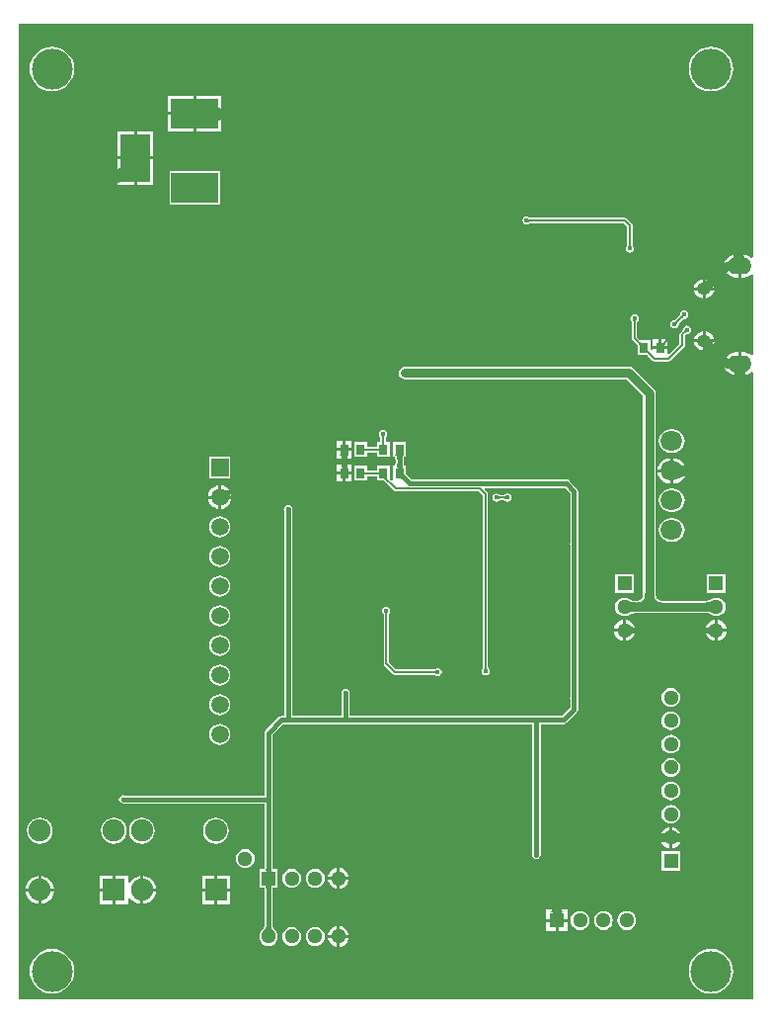
<source format=gbl>
%FSTAX23Y23*%
%MOIN*%
%SFA1B1*%

%IPPOS*%
%ADD13C,0.006000*%
%ADD19R,0.031500X0.037400*%
%ADD42R,0.051200X0.051200*%
%ADD43C,0.051200*%
%ADD44R,0.051200X0.051200*%
%ADD45C,0.059100*%
%ADD46R,0.059100X0.059100*%
%ADD47C,0.075000*%
%ADD48R,0.075000X0.075000*%
%ADD49R,0.160000X0.100000*%
%ADD50R,0.100000X0.160000*%
%ADD51C,0.138000*%
%ADD52O,0.075000X0.065000*%
%ADD53O,0.049200X0.041300*%
%ADD54C,0.019700*%
%ADD55C,0.015000*%
%ADD56C,0.030000*%
%ADD57C,0.015700*%
%ADD58O,0.082700X0.055100*%
%LNtankboardpcb1-1*%
%LPD*%
G36*
X03491Y04202D02*
X03486Y04199D01*
X0348Y04204*
X0347Y04208*
X03461Y04209*
X03459*
X03459Y04207*
X03461Y04203*
X03462Y042*
X03464Y04198*
X03467Y04197*
X03469Y04196*
X03472*
X03452Y04193*
Y04171*
Y04133*
X03461*
X0347Y04134*
X0348Y04138*
X03486Y04143*
X03491Y0414*
Y03873*
X03486Y0387*
X0348Y03875*
X0347Y03879*
X03461Y0388*
X03452*
Y03842*
Y0382*
X03477*
X03474Y0382*
X03471Y03819*
X03469Y03817*
X03467Y03814*
X03466Y03811*
X03464Y03807*
X03464Y03805*
X0347Y03806*
X0348Y03809*
X03486Y03814*
X03491Y03811*
Y01697*
X01011*
Y04988*
X03491*
Y04202*
G37*
%LNtankboardpcb1-2*%
%LPC*%
G36*
X03349Y04911D02*
X03335Y04909D01*
X0332Y04905*
X03307Y04898*
X03296Y04889*
X03287Y04877*
X0328Y04864*
X03275Y0485*
X03274Y04835*
X03275Y04821*
X0328Y04807*
X03287Y04794*
X03296Y04782*
X03307Y04773*
X0332Y04766*
X03335Y04762*
X03349Y0476*
X03364Y04762*
X03378Y04766*
X03391Y04773*
X03403Y04782*
X03412Y04794*
X03419Y04807*
X03423Y04821*
X03425Y04835*
X03423Y0485*
X03419Y04864*
X03412Y04877*
X03403Y04889*
X03391Y04898*
X03378Y04905*
X03364Y04909*
X03349Y04911*
G37*
G36*
X01124D02*
X01109Y04909D01*
X01095Y04905*
X01082Y04898*
X01071Y04889*
X01061Y04877*
X01054Y04864*
X0105Y0485*
X01049Y04835*
X0105Y04821*
X01054Y04807*
X01061Y04794*
X01071Y04782*
X01082Y04773*
X01095Y04766*
X01109Y04762*
X01124Y0476*
X01139Y04762*
X01153Y04766*
X01166Y04773*
X01177Y04782*
X01187Y04794*
X01194Y04807*
X01198Y04821*
X01199Y04835*
X01198Y0485*
X01194Y04864*
X01187Y04877*
X01177Y04889*
X01166Y04898*
X01153Y04905*
X01139Y04909*
X01124Y04911*
G37*
G36*
X01697Y04745D02*
X01612D01*
Y0469*
X01687*
Y04715*
X01687Y04712*
X01688Y04709*
X0169Y04707*
X01692Y04705*
X01694Y04703*
X01697Y04702*
Y04745*
G37*
G36*
X01602D02*
X01517D01*
Y0469*
X01602*
Y04745*
G37*
G36*
X01687Y0468D02*
X01612D01*
Y04625*
X01697*
Y04667*
X01694Y04666*
X01692Y04664*
X0169Y04662*
X01688Y0466*
X01687Y04657*
X01687Y04655*
Y0468*
G37*
G36*
X01602D02*
X01517D01*
Y04625*
X01602*
Y0468*
G37*
G36*
X01467Y04625D02*
X01412D01*
Y0454*
X01467*
Y04625*
G37*
G36*
X01402D02*
X01347D01*
Y0454*
X01402*
Y04625*
G37*
G36*
X01467Y0453D02*
X01412D01*
Y04445*
X01467*
Y0453*
G37*
G36*
X01402D02*
X01347D01*
Y04498*
X0135Y04502*
X01352Y04506*
X01354Y0451*
X01355Y04514*
X01357Y04519*
X01357Y04523*
X01357Y04527*
X01357Y04455*
X01356Y04455*
X01354Y04454*
X01352Y04454*
X0135Y04453*
X01348Y04452*
X01347Y04451*
Y04445*
X01402*
Y0453*
G37*
G36*
X01693Y04491D02*
X01521D01*
Y04379*
X01693*
Y04491*
G37*
G36*
X02727Y04339D02*
X02722Y04338D01*
X02717Y04334*
X02714Y0433*
X02713Y04324*
X02714Y04319*
X02717Y04314*
X02722Y04311*
X02727Y0431*
X02733Y04311*
X02736Y04314*
X02737Y04314*
X02738Y04314*
X02738Y04315*
X02738Y04315*
X02738Y04315*
X02738*
X02738Y04315*
X02738*
X02739*
X02739Y04315*
X02739*
X0274Y04315*
X03055*
X03066Y04304*
Y04243*
X03066Y04243*
Y04242*
X03066Y04242*
Y04241*
X03066Y04241*
Y04241*
X03066Y04241*
Y04241*
X03065Y04241*
X03065Y04241*
X03065Y0424*
X03065Y04239*
X03062Y04236*
X03061Y0423*
X03062Y04225*
X03065Y0422*
X0307Y04217*
X03075Y04216*
X03081Y04217*
X03085Y0422*
X03088Y04225*
X03089Y0423*
X03088Y04236*
X03086Y04239*
X03086Y0424*
X03085Y04241*
X03085Y04241*
Y04241*
X03085Y04241*
X03085Y04241*
Y04241*
Y04241*
X03085Y04242*
Y04242*
Y04243*
X03084Y04243*
Y04307*
X03084Y04311*
X03082Y04314*
X03065Y04331*
X03062Y04333*
X03058Y04334*
X0274*
X02739Y04334*
X02739*
X02739*
X02738Y04334*
X02738*
X02738Y04334*
X02738*
X02738Y04334*
X02738*
X02738Y04334*
X02737Y04335*
X02736Y04335*
X02733Y04338*
X02727Y04339*
G37*
G36*
X03426Y04208D02*
X03423Y04208D01*
X03414Y04204*
X03406Y04198*
X034Y0419*
X03397Y04181*
X03396Y04176*
X03442*
Y04192*
X03412Y04188*
X03415Y04189*
X03418Y04191*
X0342Y04193*
X03422Y04196*
X03423Y04199*
X03425Y04203*
X03426Y04208*
G37*
G36*
X03442Y04166D02*
X03396D01*
X03397Y04161*
X034Y04152*
X03406Y04144*
X03414Y04138*
X03423Y04134*
X03433Y04133*
X03442*
Y04166*
G37*
G36*
X03332Y04125D02*
Y04122D01*
X03335Y04125*
X03332Y04125*
G37*
G36*
X0336Y04104D02*
X03357Y04101D01*
X03355Y04099*
X03361*
X0336Y04102*
X0336Y04104*
G37*
G36*
X03332Y04103D02*
Y04099D01*
X03337*
X03332Y04103*
G37*
G36*
X03322Y04125D02*
X03315Y04124D01*
X03307Y04121*
X03301Y04116*
X03296Y0411*
X03293Y04102*
X03292Y04099*
X03322*
Y04111*
X03317Y04114*
X03319Y04115*
X03321Y04115*
X03322Y04116*
Y04125*
G37*
G36*
X03361Y04089D02*
X03351D01*
X03351Y04089*
X0335Y04089*
X03332*
Y04063*
X03339Y04064*
X03346Y04067*
X03352Y04072*
X03357Y04079*
X0336Y04086*
X03361Y04089*
G37*
G36*
X03322D02*
X03292D01*
X03293Y04086*
X03296Y04079*
X03301Y04072*
X03307Y04067*
X03315Y04064*
X03322Y04063*
Y04089*
G37*
G36*
X03259Y04021D02*
X03254Y0402D01*
X03249Y04017*
X03246Y04012*
X03245Y04008*
X03245Y04007*
Y04006*
Y04006*
X03245Y04006*
Y04006*
Y04006*
X03244Y04006*
X03244Y04005*
X03244Y04005*
X03244Y04005*
X03244Y04005*
X03243Y04004*
X03229Y0399*
X03228Y03989*
X03228Y03989*
X03228Y03989*
X03228Y03989*
X03227Y03989*
X03227Y03988*
X03227Y03988*
X03227*
X03227*
X03227*
X03226*
X03225Y03988*
X03221Y03987*
X03216Y03984*
X03213Y03979*
X03212Y03974*
X03213Y03969*
X03216Y03964*
X03221Y03961*
X03226Y0396*
X03232Y03961*
X03236Y03964*
X03239Y03969*
X0324Y03973*
X03241Y03974*
Y03974*
Y03974*
X03241Y03975*
Y03975*
Y03975*
X03241Y03975*
X03241Y03975*
X03241Y03975*
X03241Y03975*
X03242Y03976*
X03242Y03977*
X03256Y03991*
X03257Y03991*
X03257Y03992*
X03258Y03992*
X03258Y03992*
X03258Y03992*
X03258Y03992*
X03258Y03992*
X03258*
X03259*
X03259*
X03259*
X0326Y03993*
X03264Y03993*
X03269Y03997*
X03272Y04001*
X03273Y04007*
X03272Y04012*
X03269Y04017*
X03264Y0402*
X03259Y04021*
G37*
G36*
X03332Y0395D02*
Y03924D01*
X0335*
X03351Y03924*
X03351Y03924*
X03361*
X0336Y03927*
X03357Y03934*
X03352Y03941*
X03346Y03946*
X03339Y03949*
X03332Y0395*
G37*
G36*
X03322D02*
X03315Y03949D01*
X03307Y03946*
X03301Y03941*
X03296Y03934*
X03293Y03927*
X03292Y03924*
X03322*
Y0395*
G37*
G36*
X03337Y03914D02*
X03332D01*
Y0391*
X03337Y03914*
G37*
G36*
X03361D02*
X03355D01*
X03357Y03912*
X03359Y03909*
X0336Y03911*
X03361Y03914*
G37*
G36*
X03203Y03924D02*
X03183D01*
Y03901*
X03203*
Y03924*
G37*
G36*
X03173D02*
X03152D01*
Y03901*
X03173*
Y03924*
G37*
G36*
X03332Y03891D02*
Y03888D01*
X03334Y03889*
X03332Y03891*
G37*
G36*
X03322Y03914D02*
X03292D01*
X03293Y03911*
X03296Y03903*
X03301Y03897*
X03307Y03892*
X03315Y03889*
X03322Y03888*
Y03898*
X03321*
X03319Y03898*
X03317Y03899*
X03322Y03902*
Y03914*
G37*
G36*
X03091Y04008D02*
X03085Y04007D01*
X03081Y04004*
X03078Y03999*
X03077Y03994*
X03078Y03988*
X0308Y03985*
X03081Y03984*
X03081Y03983*
X03081Y03983*
X03081Y03983*
Y03983*
X03081Y03983*
Y03983*
X03081Y03982*
Y03982*
Y03982*
X03081Y03981*
X03082Y03981*
Y03927*
X03082Y03924*
X03084Y03921*
X03097Y03908*
X03097Y03908*
X03098Y03907*
X03098Y03907*
X03099Y03906*
X031Y03905*
X031Y03904*
X03101Y03904*
X03101Y03904*
X03101Y03903*
Y03903*
Y03901*
Y03901*
Y03871*
X03133*
X03134Y03871*
X03135Y03869*
X03137Y03868*
X03137Y03868*
X03153Y03852*
X03156Y0385*
X0316Y03849*
X03206*
X0321Y0385*
X03213Y03852*
X03259Y03898*
X03261Y03901*
X03261Y03904*
Y03936*
X03265Y0394*
X03266Y0394*
X03267Y0394*
X03267Y03941*
X03267Y03941*
X03267Y03941*
X03267*
X03267Y03941*
X03267*
X03268*
X03268*
X03268Y03941*
X03269Y03941*
X03273Y03942*
X03278Y03945*
X03281Y0395*
X03282Y03955*
X03281Y03961*
X03278Y03965*
X03273Y03968*
X03268Y0397*
X03263Y03968*
X03258Y03965*
X03255Y03961*
X03254Y03956*
X03254Y03955*
Y03955*
Y03955*
Y03955*
Y03955*
X03254Y03955*
X03253Y03954*
X03253Y03954*
X03253Y03954*
X03253Y03954*
X03253Y03953*
X03252Y03953*
X03246Y03946*
X03244Y03943*
X03243Y0394*
Y03908*
X03208Y03873*
X03203Y03875*
Y03891*
X03178*
X03152*
Y03887*
X03147Y03886*
X03144Y03889*
Y0392*
X03113*
X03111Y03921*
X03111*
X0311Y03922*
X03108Y03923*
X03108Y03923*
X031Y03931*
Y03981*
X031Y03981*
X031Y03982*
Y03982*
Y03982*
X03101Y03983*
Y03983*
X03101Y03983*
Y03983*
X03101Y03983*
X03101Y03983*
X03101Y03984*
X03102Y03985*
X03104Y03988*
X03105Y03994*
X03104Y03999*
X03101Y04004*
X03096Y04007*
X03091Y04008*
G37*
G36*
X03442Y0388D02*
X03433D01*
X03423Y03879*
X03414Y03875*
X03406Y03869*
X034Y03861*
X03397Y03852*
X03396Y03847*
X03442*
Y0388*
G37*
G36*
Y03837D02*
X03396D01*
X03397Y03832*
X034Y03823*
X03406Y03815*
X03414Y03809*
X03423Y03806*
X0343Y03805*
X03429Y03807*
X03428Y03811*
X03427Y03814*
X03425Y03817*
X03422Y03819*
X0342Y0382*
X03417Y0382*
X03442*
Y03837*
G37*
G36*
X02243Y03618D02*
X02237Y03617D01*
X02233Y03614*
X0223Y03609*
X02229Y03604*
X0223Y03598*
X02232Y03595*
X02232Y03594*
X02232Y03594*
X02232Y03594*
X02233Y03594*
X02233Y03593*
X02233Y03593*
Y03593*
X02233Y03593*
Y03593*
X02233Y03592*
Y03592*
X02233Y03591*
Y03577*
X02233Y03577*
X02221*
Y03562*
X0222Y03561*
X02188*
X02188Y03562*
Y03577*
X02144*
Y03527*
X02188*
Y03543*
X02188Y03543*
X0222*
X02221Y03543*
Y03527*
X02264*
Y03577*
X02252*
X02252Y03577*
Y03591*
X02252Y03591*
Y03591*
X02252Y03591*
Y03592*
Y03592*
Y03592*
X02252Y03593*
Y03593*
X02252Y03593*
Y03593*
X02252Y03593*
X02253Y03593*
X02253Y03594*
X02253*
X02256Y03598*
X02257Y03604*
X02256Y03609*
X02253Y03614*
X02248Y03617*
X02243Y03618*
G37*
G36*
X02137Y03581D02*
X02116D01*
Y03557*
X02137*
Y03581*
G37*
G36*
X02106D02*
X02085D01*
Y03557*
X02095*
X02095Y03557*
X02095Y03558*
Y03557*
X02105*
X02106Y03557*
Y03557*
X02106*
Y03581*
G37*
G36*
Y03547D02*
X02106D01*
Y03547*
X02105Y03547*
X02095*
Y03546*
X02095Y03547*
X02095Y03547*
X02085*
Y03523*
X02103*
X02103Y03524*
X02103Y03526*
X02102Y03528*
X02101Y0353*
X02101Y03531*
X021Y03532*
X02099Y03533*
X02097Y03533*
X02096Y03534*
X02106*
Y03547*
G37*
G36*
X03222Y0362D02*
X03212D01*
X03202Y03618*
X03192Y03615*
X03184Y03608*
X03178Y036*
X03174Y03591*
X03173Y03581*
X03174Y03571*
X03178Y03562*
X03184Y03553*
X03192Y03547*
X03202Y03543*
X03212Y03542*
X03222*
X03232Y03543*
X03241Y03547*
X03249Y03553*
X03255Y03562*
X03259Y03571*
X03261Y03581*
X03259Y03591*
X03255Y036*
X03249Y03608*
X03241Y03615*
X03232Y03618*
X03222Y0362*
G37*
G36*
X02137Y03547D02*
X02116D01*
Y03534*
X02126*
X02124Y03533*
X02123Y03533*
X02122Y03532*
X02121Y03531*
X0212Y0353*
X0212Y03528*
X02119Y03526*
X02119Y03524*
Y03523*
X02137*
Y03547*
G37*
G36*
X03222Y03523D02*
D01*
Y03485*
X0324*
Y03507*
X03243Y03505*
X03246Y03503*
X0325Y03501*
X03253Y03499*
X03257Y03498*
X03261Y03497*
X03259Y03501*
X03252Y0351*
X03243Y03517*
X03233Y03521*
X03222Y03523*
G37*
G36*
X03212D02*
X03201Y03521D01*
X0319Y03517*
X03182Y0351*
X03175Y03501*
X0317Y03491*
X0317Y03485*
X03212*
Y03523*
G37*
G36*
X02137Y03501D02*
X02119D01*
Y03501*
X02119Y03498*
X0212Y03497*
X0212Y03495*
X02121Y03493*
X02122Y03492*
X02123Y03492*
X02124Y03491*
X02126Y03491*
X02116*
Y03478*
X02137*
Y03501*
G37*
G36*
X02103D02*
X02085D01*
Y03478*
X02095*
X02095Y03478*
X02095Y03479*
Y03478*
X02105*
X02106Y03478*
Y03478*
X02106*
Y03491*
X02096*
X02097Y03491*
X02099Y03492*
X021Y03492*
X02101Y03493*
X02101Y03495*
X02102Y03497*
X02103Y03498*
X02103Y03501*
X02103Y03501*
G37*
G36*
X02106Y03468D02*
X02106D01*
Y03467*
X02105Y03468*
X02095*
Y03467*
X02095Y03467*
X02095Y03468*
X02085*
Y03444*
X02106*
Y03468*
G37*
G36*
X01727Y03527D02*
X01656D01*
Y03456*
X01727*
Y03527*
G37*
G36*
X02319Y03577D02*
X02276D01*
Y03527*
X02281*
X02282Y03527*
X02282*
X02282Y03527*
X02283Y03526*
X02283Y03525*
X02283Y03523*
X02283Y03521*
X02284Y03518*
X02284Y03518*
Y03507*
X02284Y03506*
X02283Y03504*
X02283Y03502*
X02283Y035*
X02283Y03499*
X02282Y03498*
X02282Y03498*
X02282*
X02281Y03497*
X02276*
Y03453*
Y03451*
X02271Y03447*
X0227*
X02264Y03453*
X02265Y03454*
X02264Y03454*
X02265Y03455*
X02264Y03455*
Y03497*
X02221*
Y03482*
X0222Y03482*
X02188*
X02188Y03482*
Y03497*
X02144*
Y03448*
X02188*
Y03463*
X02188Y03463*
X0222*
X02221Y03463*
Y03448*
X02241*
X02242Y03448*
X02242*
X02242Y03448*
X02243*
X02243Y03447*
X02243Y03447*
X02244Y03447*
X02244Y03447*
X02245Y03446*
X02245Y03446*
X02246Y03445*
X02247Y03445*
X02278Y03414*
X02281Y03412*
X02285Y03411*
X02565*
X02579Y03397*
Y02817*
X02579Y02817*
Y02816*
X02579Y02816*
Y02816*
X02579Y02816*
Y02815*
X02579Y02815*
Y02815*
X02578Y02815*
X02578Y02815*
X02578Y02815*
X02578Y02814*
X02575Y0281*
X02574Y02805*
X02575Y02799*
X02578Y02795*
X02583Y02791*
X02588Y0279*
X02594Y02791*
X02598Y02795*
X02601Y02799*
X02602Y02805*
X02601Y0281*
X02599Y02814*
X02599Y02815*
X02598Y02815*
X02598Y02815*
Y02815*
X02598Y02815*
X02598Y02815*
Y02816*
X02598Y02816*
Y02816*
Y02816*
Y02817*
X02597Y02817*
Y03401*
X02597Y03404*
X02595Y03407*
X02583Y03419*
X02585Y03423*
X02856*
X02874Y03405*
Y03235*
X02873Y03234*
X02874Y03232*
Y02718*
X02873Y02714*
X02874Y02709*
Y02682*
X02846Y02654*
X02473*
X02472Y02654*
X02472Y02654*
X02447*
X02445Y02654*
X02443Y02654*
X02129*
Y0273*
X0213Y02732*
X02129Y02738*
X02126Y02742*
X02121Y02745*
X02116Y02746*
X0211Y02745*
X02106Y02742*
X02103Y02738*
X02102Y02732*
X02102Y0273*
Y02654*
X01935*
Y03134*
X01936Y03136*
X01935Y03138*
Y03246*
Y0335*
X01934Y03355*
X01934Y03356*
X01934Y03356*
X01931Y03361*
X01926Y03364*
X01921Y03365*
X01915Y03364*
X01911Y03361*
X01908Y03356*
X01907Y03351*
X01908Y03345*
Y03246*
Y03137*
X01907Y03136*
X01908Y03134*
Y02654*
X019*
X01895Y02653*
X0189Y0265*
X01846Y02605*
X01843Y02601*
X01842Y02595*
Y02386*
X01366*
X01364Y02387*
X01359Y02386*
X01354Y02383*
X01351Y02378*
X0135Y02373*
X01351Y02367*
X01354Y02363*
X01359Y0236*
X01364Y02358*
X01366Y02359*
X01692*
X01697Y02358*
X01702Y02359*
X01842*
Y02148*
X01841Y02147*
Y02144*
X01841Y02142*
X01841Y02141*
X01841Y02139*
X0184Y02139*
X0184Y02138*
X0184*
X01839Y02138*
X01824*
Y02075*
X01839*
X0184Y02075*
X0184*
X0184Y02074*
X01841Y02074*
X01841Y02072*
X01841Y02071*
X01841Y02069*
Y02066*
X01842Y02065*
Y0195*
X01841Y0195*
X01841Y01948*
X01841Y01946*
X01841Y01945*
X0184Y01943*
X0184Y01941*
X01839Y0194*
X01838Y01938*
X01836Y01936*
X01835Y01934*
X01833Y01932*
X01833Y01932*
X01828Y01926*
X01825Y01918*
X01824Y0191*
X01825Y01901*
X01828Y01894*
X01833Y01887*
X0184Y01882*
X01847Y01879*
X01855Y01878*
X01864Y01879*
X01871Y01882*
X01878Y01887*
X01883Y01894*
X01886Y01901*
X01887Y0191*
X01886Y01918*
X01883Y01926*
X01878Y01932*
X01878Y01932*
X01876Y01934*
X01875Y01936*
X01873Y01938*
X01872Y0194*
X01871Y01941*
X01871Y01943*
X0187Y01945*
X0187Y01946*
X0187Y01948*
X01869Y0195*
X01869Y0195*
Y02065*
X01869Y02066*
X0187Y02069*
X0187Y02071*
X0187Y02072*
X0187Y02074*
X01871Y02074*
X01871Y02075*
X01871*
X01872Y02075*
X01887*
Y02138*
X01872*
X01871Y02138*
X01871*
X01871Y02139*
X0187Y02139*
X0187Y02141*
X0187Y02142*
X0187Y02144*
X01869Y02147*
X01869Y02148*
Y02374*
Y0259*
X01906Y02626*
X02443*
X02445Y02626*
X02447Y02626*
X02472*
X02472Y02626*
X02473Y02626*
X02746*
Y02188*
X02746Y02186*
X02747Y02181*
X0275Y02176*
X02754Y02173*
X0276Y02172*
X02765Y02173*
X0277Y02176*
X02773Y02181*
X02774Y02186*
X02774Y02188*
Y02626*
X02851*
X02857Y02627*
X02861Y0263*
X02897Y02666*
X029Y02671*
X02901Y02676*
Y02714*
Y02714*
Y02714*
Y03232*
X02902Y03234*
X02901Y03237*
Y03411*
X029Y03416*
X02897Y03421*
X02873Y03445*
X02872Y03447*
X02867Y0345*
X02862Y03451*
X0286Y03451*
X02522*
X0252Y03451*
X02518Y03451*
X02339*
X02329Y03461*
X02329Y03461*
X02323Y03467*
X02322Y03469*
X0232Y03471*
X02319Y03473*
Y03478*
X02319Y03479*
X02319Y03479*
Y03497*
X02314*
X02313Y03498*
X02313*
X02313Y03498*
X02312Y03499*
X02312Y035*
X02312Y03502*
X02312Y03504*
Y03506*
X02311Y03507*
Y03518*
X02312Y03518*
Y03521*
X02312Y03523*
X02312Y03525*
X02312Y03526*
X02313Y03527*
X02313Y03527*
X02313*
X02314Y03527*
X02319*
Y03577*
G37*
G36*
X02137Y03468D02*
X02116D01*
Y03444*
X02137*
Y03468*
G37*
G36*
X0324Y03475D02*
X03222D01*
Y03437*
X03233Y03439*
X03243Y03443*
X03252Y0345*
X03259Y03458*
X03261Y03463*
X03257Y03462*
X03253Y03461*
X0325Y03459*
X03246Y03457*
X03243Y03455*
X0324Y03453*
Y03475*
G37*
G36*
X03212D02*
X0317D01*
X0317Y03469*
X03175Y03458*
X03182Y0345*
X0319Y03443*
X03201Y03439*
X03212Y03437*
Y03475*
G37*
G36*
X01696Y03431D02*
Y03396D01*
X01712*
X01704Y03418*
X01707Y03417*
X01711Y03415*
X01714Y03414*
X01717Y03414*
X01719Y03414*
X01722*
X01724Y03414*
X01719Y0342*
X01711Y03426*
X01701Y0343*
X01696Y03431*
G37*
G36*
X02663Y03404D02*
X02657Y03403D01*
X02654Y034*
X02653Y034*
X02652Y034*
X02652Y034*
X02652*
X02652Y03399*
X02652*
X02652Y03399*
X02652*
X02651Y03399*
X02651*
X0265*
X0265Y03399*
X02638*
X02637Y03399*
X02637*
X02636*
X02636Y03399*
X02636*
X02636Y03399*
X02636*
X02636Y034*
X02635*
X02635Y034*
X02635Y034*
X02634Y034*
X0263Y03403*
X02625Y03404*
X0262Y03403*
X02615Y034*
X02612Y03395*
X02611Y0339*
X02612Y03384*
X02615Y0338*
X0262Y03377*
X02625Y03376*
X0263Y03377*
X02634Y03379*
X02635Y03379*
X02635Y0338*
X02635Y0338*
X02636Y0338*
X02636Y0338*
X02636*
X02636Y0338*
X02636*
X02636*
X02637Y0338*
X02637*
X02638Y03381*
X0265*
X0265Y0338*
X02651*
X02651Y0338*
X02652*
X02652*
X02652Y0338*
X02652*
X02652Y0338*
X02652Y0338*
X02652Y0338*
X02653Y03379*
X02654Y03379*
X02657Y03377*
X02663Y03376*
X02668Y03377*
X02673Y0338*
X02676Y03384*
X02677Y0339*
X02676Y03395*
X02673Y034*
X02668Y03403*
X02663Y03404*
G37*
G36*
X01729Y03404D02*
X01726Y03396D01*
X0173*
X0173Y03402*
X01729Y03404*
G37*
G36*
X01686Y03431D02*
X01681Y0343D01*
X01671Y03426*
X01663Y0342*
X01657Y03411*
X01653Y03402*
X01652Y03396*
X01686*
Y03431*
G37*
G36*
X0173Y03386D02*
X01721D01*
X01718Y0338*
X01716Y03386*
X01696*
Y03352*
X01701Y03353*
X01711Y03357*
X01719Y03363*
X01726Y03371*
X0173Y03381*
X0173Y03386*
G37*
G36*
X01686D02*
X01652D01*
X01653Y03381*
X01657Y03371*
X01663Y03363*
X01671Y03357*
X01681Y03353*
X01686Y03352*
Y03386*
G37*
G36*
X03222Y03421D02*
X03212D01*
X03202Y03419*
X03192Y03416*
X03184Y03409*
X03178Y03401*
X03174Y03392*
X03173Y03382*
X03174Y03372*
X03178Y03363*
X03184Y03354*
X03192Y03348*
X03202Y03344*
X03212Y03343*
X03222*
X03232Y03344*
X03241Y03348*
X03249Y03354*
X03255Y03363*
X03259Y03372*
X03261Y03382*
X03259Y03392*
X03255Y03401*
X03249Y03409*
X03241Y03416*
X03232Y03419*
X03222Y03421*
G37*
G36*
X01691Y03327D02*
X01682Y03326D01*
X01673Y03322*
X01666Y03317*
X0166Y03309*
X01656Y03301*
X01655Y03291*
X01656Y03282*
X0166Y03274*
X01666Y03266*
X01673Y0326*
X01682Y03257*
X01691Y03256*
X017Y03257*
X01709Y0326*
X01716Y03266*
X01722Y03274*
X01726Y03282*
X01727Y03291*
X01726Y03301*
X01722Y03309*
X01716Y03317*
X01709Y03322*
X017Y03326*
X01691Y03327*
G37*
G36*
X03222Y0332D02*
X03212D01*
X03202Y03318*
X03192Y03315*
X03184Y03308*
X03178Y033*
X03174Y03291*
X03173Y03281*
X03174Y03271*
X03178Y03262*
X03184Y03253*
X03192Y03247*
X03202Y03243*
X03212Y03242*
X03222*
X03232Y03243*
X03241Y03247*
X03249Y03253*
X03255Y03262*
X03259Y03271*
X03261Y03281*
X03259Y03291*
X03255Y033*
X03249Y03308*
X03241Y03315*
X03232Y03318*
X03222Y0332*
G37*
G36*
X01691Y03227D02*
X01682Y03226D01*
X01673Y03222*
X01666Y03217*
X0166Y03209*
X01656Y03201*
X01655Y03191*
X01656Y03182*
X0166Y03174*
X01666Y03166*
X01673Y0316*
X01682Y03157*
X01691Y03156*
X017Y03157*
X01709Y0316*
X01716Y03166*
X01722Y03174*
X01726Y03182*
X01727Y03191*
X01726Y03201*
X01722Y03209*
X01716Y03217*
X01709Y03222*
X017Y03226*
X01691Y03227*
G37*
G36*
X03399Y03132D02*
X03336D01*
Y03069*
X03399*
Y03132*
G37*
G36*
X03089D02*
X03026D01*
Y03069*
X03089*
Y03132*
G37*
G36*
X01691Y03127D02*
X01682Y03126D01*
X01673Y03122*
X01666Y03117*
X0166Y03109*
X01656Y03101*
X01655Y03091*
X01656Y03082*
X0166Y03074*
X01666Y03066*
X01673Y0306*
X01682Y03057*
X01691Y03056*
X017Y03057*
X01709Y0306*
X01716Y03066*
X01722Y03074*
X01726Y03082*
X01727Y03091*
X01726Y03101*
X01722Y03109*
X01716Y03117*
X01709Y03122*
X017Y03126*
X01691Y03127*
G37*
G36*
X03073Y03832D02*
X02316D01*
X02308Y0383*
X02301Y03826*
X02296Y03819*
X02295Y03811*
X02296Y03802*
X02301Y03795*
X02308Y03791*
X02316Y03789*
X03064*
X0312Y03733*
Y03067*
Y03067*
X0312Y03062*
X03119Y03057*
X03118Y03054*
X03116Y03051*
X03114Y03049*
X03112Y03047*
X03109Y03045*
X03106Y03044*
X03101Y03043*
X03096Y03043*
X03096*
X03094*
X03094*
X03089Y03043*
X03084Y03043*
X03083Y03044*
X03082Y03044*
X03081Y03044*
X0308Y03044*
X0308Y03044*
X0308Y03045*
X0308*
X0308Y03045*
X03079*
X03074Y03049*
X03066Y03052*
X03058Y03053*
X03049Y03052*
X03042Y03049*
X03035Y03044*
X0303Y03037*
X03027Y0303*
X03026Y03022*
X03027Y03013*
X0303Y03006*
X03035Y02999*
X03042Y02994*
X03049Y02991*
X03058Y0299*
X03066Y02991*
X03074Y02994*
X03079Y02998*
X0308*
X0308Y02998*
X0308*
X0308Y02999*
X0308Y02999*
X03081Y02999*
X03082Y02999*
X03083Y02999*
X03091Y03*
X03094Y03*
X03094*
X03331*
X03331*
X03337Y03*
X03341Y03*
X03342Y02999*
X03344Y02999*
X03344Y02999*
X03345Y02999*
X03345Y02999*
X03345Y02998*
X03345*
X03346Y02998*
X03346*
X03352Y02994*
X03359Y02991*
X03367Y0299*
X03376Y02991*
X03383Y02994*
X0339Y02999*
X03395Y03006*
X03398Y03013*
X03399Y03022*
X03398Y0303*
X03395Y03037*
X0339Y03044*
X03383Y03049*
X03376Y03052*
X03367Y03053*
X03359Y03052*
X03352Y03049*
X03346Y03045*
X03346*
X03345Y03045*
X03345*
X03345Y03044*
X03345Y03044*
X03344Y03044*
X03344Y03044*
X03342Y03044*
X03334Y03043*
X03331Y03043*
X03331*
X03187*
X03187*
X03181Y03043*
X03177Y03044*
X03174Y03045*
X03171Y03047*
X03168Y03049*
X03167Y03051*
X03165Y03054*
X03164Y03057*
X03163Y03062*
X03163Y03067*
Y03067*
Y03742*
X03161Y0375*
X03156Y03757*
X03088Y03826*
X03081Y0383*
X03073Y03832*
G37*
G36*
X01691Y03027D02*
X01682Y03026D01*
X01673Y03022*
X01666Y03017*
X0166Y03009*
X01656Y03001*
X01655Y02991*
X01656Y02982*
X0166Y02974*
X01666Y02966*
X01673Y0296*
X01682Y02957*
X01691Y02956*
X017Y02957*
X01709Y0296*
X01716Y02966*
X01722Y02974*
X01726Y02982*
X01727Y02991*
X01726Y03001*
X01722Y03009*
X01716Y03017*
X01709Y03022*
X017Y03026*
X01691Y03027*
G37*
G36*
X03063Y02978D02*
Y02948D01*
X03076*
Y02961*
X03078Y02959*
X0308Y02957*
X03082Y02955*
X03084Y02954*
X03086Y02953*
X03089Y02952*
X03091Y02951*
X03093Y02951*
X03092Y02952*
X03089Y02961*
X03083Y02968*
X03076Y02974*
X03067Y02977*
X03063Y02978*
G37*
G36*
X03372D02*
Y02948D01*
X03403*
X03402Y02952*
X03399Y02961*
X03393Y02968*
X03385Y02974*
X03377Y02977*
X03372Y02978*
G37*
G36*
X03362D02*
X03358Y02977D01*
X0335Y02974*
X03342Y02968*
X03336Y02961*
X03333Y02952*
X03333Y02951*
X03334Y02951*
X03337Y02952*
X03339Y02953*
X03341Y02954*
X03343Y02955*
X03345Y02957*
X03347Y02959*
X03349Y02961*
Y02948*
X03362*
Y02978*
G37*
G36*
X03053D02*
X03048Y02977D01*
X0304Y02974*
X03032Y02968*
X03027Y02961*
X03023Y02952*
X03022Y02948*
X03053*
Y02978*
G37*
G36*
X03362Y02938D02*
X03349D01*
Y02925*
X03347Y02927*
X03345Y02929*
X03343Y0293*
X03341Y02932*
X03339Y02933*
X03337Y02934*
X03334Y02934*
X03333Y02935*
X03333Y02933*
X03336Y02925*
X03342Y02917*
X0335Y02912*
X03358Y02908*
X03362Y02908*
Y02938*
G37*
G36*
X03076D02*
X03063D01*
Y02908*
X03067Y02908*
X03076Y02912*
X03083Y02917*
X03089Y02925*
X03092Y02933*
X03093Y02935*
X03091Y02934*
X03089Y02934*
X03086Y02933*
X03084Y02932*
X03082Y0293*
X0308Y02929*
X03078Y02927*
X03076Y02925*
Y02938*
G37*
G36*
X03053D02*
X03022D01*
X03023Y02933*
X03027Y02925*
X03032Y02917*
X0304Y02912*
X03048Y02908*
X03053Y02908*
Y02938*
G37*
G36*
X03403D02*
X03372D01*
Y02908*
X03377Y02908*
X03385Y02912*
X03393Y02917*
X03399Y02925*
X03402Y02933*
X03403Y02938*
G37*
G36*
X01691Y02927D02*
X01682Y02926D01*
X01673Y02922*
X01666Y02917*
X0166Y02909*
X01656Y02901*
X01655Y02891*
X01656Y02882*
X0166Y02874*
X01666Y02866*
X01673Y0286*
X01682Y02857*
X01691Y02856*
X017Y02857*
X01709Y0286*
X01716Y02866*
X01722Y02874*
X01726Y02882*
X01727Y02891*
X01726Y02901*
X01722Y02909*
X01716Y02917*
X01709Y02922*
X017Y02926*
X01691Y02927*
G37*
G36*
X02253Y03023D02*
X02248Y03022D01*
X02243Y03019*
X0224Y03014*
X02239Y03009*
X0224Y03004*
X02243Y03*
X02243Y02999*
X02243Y02999*
X02243Y02998*
Y02998*
X02244Y02998*
Y02998*
X02244Y02998*
Y02998*
X02244Y02998*
Y02997*
Y02997*
X02244Y02996*
Y0283*
X02245Y02827*
X02247Y02824*
X02275Y02796*
X02278Y02794*
X02281Y02793*
X02414*
X02415Y02793*
X02415Y02792*
X02416*
X02416*
X02416Y02792*
X02416*
X02416Y02792*
X02416*
X02417Y02792*
X02417Y02792*
X02417Y02792*
X02418Y02791*
X02422Y02789*
X02427Y02788*
X02432Y02789*
X02437Y02792*
X0244Y02797*
X02441Y02802*
X0244Y02807*
X02437Y02812*
X02432Y02815*
X02427Y02816*
X02422Y02815*
X02418Y02813*
X02417Y02812*
X02417Y02812*
X02417Y02812*
X02416Y02812*
X02416*
X02416Y02812*
X02416*
X02416Y02812*
X02416*
X02415*
X02415Y02811*
X02414Y02811*
X02285*
X02262Y02834*
Y02996*
X02263Y02997*
Y02997*
X02263Y02998*
Y02998*
Y02998*
X02263Y02998*
Y02998*
X02263Y02998*
X02263Y02998*
X02263Y02999*
X02264Y02999*
X02264Y03*
X02266Y03004*
X02267Y03009*
X02266Y03014*
X02263Y03019*
X02259Y03022*
X02253Y03023*
G37*
G36*
X01691Y02827D02*
X01682Y02826D01*
X01673Y02822*
X01666Y02817*
X0166Y02809*
X01656Y02801*
X01655Y02791*
X01656Y02782*
X0166Y02774*
X01666Y02766*
X01673Y0276*
X01682Y02757*
X01691Y02756*
X017Y02757*
X01709Y0276*
X01716Y02766*
X01722Y02774*
X01726Y02782*
X01727Y02791*
X01726Y02801*
X01722Y02809*
X01716Y02817*
X01709Y02822*
X017Y02826*
X01691Y02827*
G37*
G36*
X03214Y02748D02*
X03205Y02747D01*
X03198Y02744*
X03191Y02739*
X03186Y02732*
X03183Y02724*
X03182Y02716*
X03183Y02708*
X03186Y027*
X03191Y02694*
X03198Y02689*
X03205Y02685*
X03214Y02684*
X03222Y02685*
X0323Y02689*
X03236Y02694*
X03241Y027*
X03244Y02708*
X03246Y02716*
X03244Y02724*
X03241Y02732*
X03236Y02739*
X0323Y02744*
X03222Y02747*
X03214Y02748*
G37*
G36*
X01691Y02727D02*
X01682Y02726D01*
X01673Y02722*
X01666Y02717*
X0166Y02709*
X01656Y02701*
X01655Y02691*
X01656Y02682*
X0166Y02674*
X01666Y02666*
X01673Y0266*
X01682Y02657*
X01691Y02656*
X017Y02657*
X01709Y0266*
X01716Y02666*
X01722Y02674*
X01726Y02682*
X01727Y02691*
X01726Y02701*
X01722Y02709*
X01716Y02717*
X01709Y02722*
X017Y02726*
X01691Y02727*
G37*
G36*
X03214Y02669D02*
X03205Y02668D01*
X03198Y02665*
X03191Y0266*
X03186Y02653*
X03183Y02646*
X03182Y02637*
X03183Y02629*
X03186Y02621*
X03191Y02615*
X03198Y0261*
X03205Y02607*
X03214Y02606*
X03222Y02607*
X0323Y0261*
X03236Y02615*
X03241Y02621*
X03244Y02629*
X03246Y02637*
X03244Y02646*
X03241Y02653*
X03236Y0266*
X0323Y02665*
X03222Y02668*
X03214Y02669*
G37*
G36*
X01691Y02627D02*
X01682Y02626D01*
X01673Y02622*
X01666Y02617*
X0166Y02609*
X01656Y02601*
X01655Y02591*
X01656Y02582*
X0166Y02574*
X01666Y02566*
X01673Y0256*
X01682Y02557*
X01691Y02556*
X017Y02557*
X01709Y0256*
X01716Y02566*
X01722Y02574*
X01726Y02582*
X01727Y02591*
X01726Y02601*
X01722Y02609*
X01716Y02617*
X01709Y02622*
X017Y02626*
X01691Y02627*
G37*
G36*
X03214Y02591D02*
X03205Y02589D01*
X03198Y02586*
X03191Y02581*
X03186Y02575*
X03183Y02567*
X03182Y02559*
X03183Y0255*
X03186Y02543*
X03191Y02536*
X03198Y02531*
X03205Y02528*
X03214Y02527*
X03222Y02528*
X0323Y02531*
X03236Y02536*
X03241Y02543*
X03244Y0255*
X03246Y02559*
X03244Y02567*
X03241Y02575*
X03236Y02581*
X0323Y02586*
X03222Y02589*
X03214Y02591*
G37*
G36*
Y02512D02*
X03205Y02511D01*
X03198Y02507*
X03191Y02502*
X03186Y02496*
X03183Y02488*
X03182Y0248*
X03183Y02472*
X03186Y02464*
X03191Y02457*
X03198Y02452*
X03205Y02449*
X03214Y02448*
X03222Y02449*
X0323Y02452*
X03236Y02457*
X03241Y02464*
X03244Y02472*
X03246Y0248*
X03244Y02488*
X03241Y02496*
X03236Y02502*
X0323Y02507*
X03222Y02511*
X03214Y02512*
G37*
G36*
Y02433D02*
X03205Y02432D01*
X03198Y02429*
X03191Y02424*
X03186Y02417*
X03183Y02409*
X03182Y02401*
X03183Y02393*
X03186Y02385*
X03191Y02379*
X03198Y02374*
X03205Y0237*
X03214Y02369*
X03222Y0237*
X0323Y02374*
X03236Y02379*
X03241Y02385*
X03244Y02393*
X03246Y02401*
X03244Y02409*
X03241Y02417*
X03236Y02424*
X0323Y02429*
X03222Y02432*
X03214Y02433*
G37*
G36*
Y02354D02*
X03205Y02353D01*
X03198Y0235*
X03191Y02345*
X03186Y02338*
X03183Y02331*
X03182Y02322*
X03183Y02314*
X03186Y02306*
X03191Y023*
X03198Y02295*
X03205Y02292*
X03214Y02291*
X03222Y02292*
X0323Y02295*
X03236Y023*
X03241Y02306*
X03244Y02314*
X03246Y02322*
X03244Y02331*
X03241Y02338*
X03236Y02345*
X0323Y0235*
X03222Y02353*
X03214Y02354*
G37*
G36*
X03219Y02279D02*
Y02249D01*
X03232*
Y02262*
X03233Y02261*
X03234Y02261*
X03235Y0226*
X03236Y0226*
X03238Y02259*
X0324Y02259*
X03244Y02259*
X03246Y02259*
X03245Y02262*
X03239Y02269*
X03232Y02275*
X03223Y02278*
X03219Y02279*
G37*
G36*
X03209D02*
X03204Y02278D01*
X03196Y02275*
X03188Y02269*
X03183Y02262*
X03181Y02259*
X03189Y02259*
X03191Y0226*
X03193Y0226*
X03194Y02261*
X03195Y02261*
X03195Y02262*
Y02249*
X03209*
Y02279*
G37*
G36*
Y02239D02*
X03195D01*
Y02226*
X03195Y02226*
X03194Y02227*
X03193Y02227*
X03191Y02228*
X03189Y02228*
X03188Y02228*
X03183Y02229*
X03181Y02229*
X03183Y02226*
X03188Y02218*
X03196Y02213*
X03204Y02209*
X03209Y02208*
Y02239*
G37*
G36*
X01678Y02311D02*
X01667Y02309D01*
X01656Y02305*
X01647Y02298*
X0164Y02289*
X01636Y02278*
X01634Y02267*
X01636Y02256*
X0164Y02245*
X01647Y02236*
X01656Y02229*
X01667Y02225*
X01678Y02223*
X01689Y02225*
X017Y02229*
X01709Y02236*
X01716Y02245*
X0172Y02256*
X01722Y02267*
X0172Y02278*
X01716Y02289*
X01709Y02298*
X017Y02305*
X01689Y02309*
X01678Y02311*
G37*
G36*
X01428D02*
X01417Y02309D01*
X01406Y02305*
X01397Y02298*
X0139Y02289*
X01386Y02278*
X01384Y02267*
X01386Y02256*
X0139Y02245*
X01397Y02236*
X01406Y02229*
X01417Y02225*
X01428Y02223*
X01439Y02225*
X0145Y02229*
X01459Y02236*
X01466Y02245*
X0147Y02256*
X01472Y02267*
X0147Y02278*
X01466Y02289*
X01459Y02298*
X0145Y02305*
X01439Y02309*
X01428Y02311*
G37*
G36*
X01333D02*
X01322Y02309D01*
X01311Y02305*
X01302Y02298*
X01295Y02289*
X01291Y02278*
X01289Y02267*
X01291Y02256*
X01295Y02245*
X01302Y02236*
X01311Y02229*
X01322Y02225*
X01333Y02223*
X01345Y02225*
X01355Y02229*
X01364Y02236*
X01371Y02245*
X01376Y02256*
X01377Y02267*
X01376Y02278*
X01371Y02289*
X01364Y02298*
X01355Y02305*
X01345Y02309*
X01333Y02311*
G37*
G36*
X01083D02*
X01072Y02309D01*
X01061Y02305*
X01052Y02298*
X01045Y02289*
X01041Y02278*
X01039Y02267*
X01041Y02256*
X01045Y02245*
X01052Y02236*
X01061Y02229*
X01072Y02225*
X01083Y02223*
X01095Y02225*
X01105Y02229*
X01114Y02236*
X01121Y02245*
X01126Y02256*
X01127Y02267*
X01126Y02278*
X01121Y02289*
X01114Y02298*
X01105Y02305*
X01095Y02309*
X01083Y02311*
G37*
G36*
X03232Y02239D02*
X03219D01*
Y02208*
X03223Y02209*
X03232Y02213*
X03239Y02218*
X03245Y02226*
X03246Y02229*
X03238Y02228*
X03236Y02228*
X03235Y02227*
X03234Y02227*
X03233Y02226*
X03232Y02226*
Y02239*
G37*
G36*
X01777Y02205D02*
X01768Y02204D01*
X01761Y02201*
X01754Y02196*
X01749Y02189*
X01746Y02182*
X01745Y02173*
X01746Y02165*
X01749Y02157*
X01754Y02151*
X01761Y02146*
X01768Y02143*
X01777Y02142*
X01785Y02143*
X01793Y02146*
X01799Y02151*
X01804Y02157*
X01808Y02165*
X01809Y02173*
X01808Y02182*
X01804Y02189*
X01799Y02196*
X01793Y02201*
X01785Y02204*
X01777Y02205*
G37*
G36*
X03245Y02197D02*
X03182D01*
Y02133*
X03245*
Y02197*
G37*
G36*
X02097Y02142D02*
Y02111D01*
X02127*
X02126Y02116*
X02123Y02124*
X02117Y02132*
X0211Y02138*
X02101Y02141*
X02097Y02142*
G37*
G36*
X02087D02*
X02082Y02141D01*
X02074Y02138*
X02066Y02132*
X02061Y02124*
X02057Y02116*
X02056Y02111*
X02087*
Y02142*
G37*
G36*
X02013Y02138D02*
X02005Y02137D01*
X01997Y02134*
X0199Y02129*
X01985Y02122*
X01982Y02115*
X01981Y02106*
X01982Y02098*
X01985Y02091*
X0199Y02084*
X01997Y02079*
X02005Y02076*
X02013Y02075*
X02021Y02076*
X02029Y02079*
X02035Y02084*
X02041Y02091*
X02044Y02098*
X02045Y02106*
X02044Y02115*
X02041Y02122*
X02035Y02129*
X02029Y02134*
X02021Y02137*
X02013Y02138*
G37*
G36*
X01934D02*
X01926Y02137D01*
X01918Y02134*
X01912Y02129*
X01907Y02122*
X01903Y02115*
X01902Y02106*
X01903Y02098*
X01907Y02091*
X01912Y02084*
X01918Y02079*
X01926Y02076*
X01934Y02075*
X01942Y02076*
X0195Y02079*
X01957Y02084*
X01962Y02091*
X01965Y02098*
X01966Y02106*
X01965Y02115*
X01962Y02122*
X01957Y02129*
X0195Y02134*
X01942Y02137*
X01934Y02138*
G37*
G36*
X01726Y02114D02*
X01683D01*
Y02072*
X01726*
Y02114*
G37*
G36*
X01433Y02114D02*
Y02072D01*
X01475*
X01474Y02079*
X0147Y02091*
X01462Y02101*
X01452Y02108*
X0144Y02113*
X01433Y02114*
G37*
G36*
X01088D02*
Y02072D01*
X01131*
X0113Y02079*
X01125Y02091*
X01117Y02101*
X01107Y02108*
X01096Y02113*
X01088Y02114*
G37*
G36*
X01078D02*
X01071Y02113D01*
X01059Y02108*
X01049Y02101*
X01042Y02091*
X01037Y02079*
X01036Y02072*
X01078*
Y02114*
G37*
G36*
X01673Y02114D02*
X01631D01*
Y02072*
X01673*
Y02114*
G37*
G36*
X01328D02*
X01286D01*
Y02072*
X01328*
Y02114*
G37*
G36*
X02127Y02101D02*
X02097D01*
Y02071*
X02101Y02072*
X0211Y02075*
X02117Y02081*
X02123Y02089*
X02126Y02097*
X02127Y02101*
G37*
G36*
X02087D02*
X02056D01*
X02057Y02097*
X02061Y02089*
X02066Y02081*
X02074Y02075*
X02082Y02072*
X02087Y02071*
Y02101*
G37*
G36*
X01475Y02062D02*
X01433D01*
Y0202*
X0144Y02021*
X01452Y02025*
X01462Y02033*
X0147Y02043*
X01474Y02055*
X01475Y02062*
G37*
G36*
X01131D02*
X01088D01*
Y0202*
X01096Y02021*
X01107Y02025*
X01117Y02033*
X01125Y02043*
X0113Y02055*
X01131Y02062*
G37*
G36*
X01381Y02114D02*
X01338D01*
Y02067*
Y02019*
X01381*
Y02044*
X01386Y02045*
X01387Y02043*
X01394Y02033*
X01404Y02025*
X01416Y02021*
X01423Y0202*
Y02067*
Y02114*
X01416Y02113*
X01404Y02108*
X01394Y02101*
X01387Y02091*
X01386Y02089*
X01381Y0209*
Y02114*
G37*
G36*
X01078Y02062D02*
X01036D01*
X01037Y02055*
X01042Y02043*
X01049Y02033*
X01059Y02025*
X01071Y02021*
X01078Y0202*
Y02062*
G37*
G36*
X01726D02*
X01683D01*
Y02019*
X01726*
Y02062*
G37*
G36*
X01673D02*
X01631D01*
Y02019*
X01673*
Y02062*
G37*
G36*
X01328D02*
X01286D01*
Y02019*
X01328*
Y02062*
G37*
G36*
X02865Y02D02*
X02846D01*
X02847Y01997*
X02848Y01995*
X02849Y01992*
X02851Y01991*
X02853Y0199*
X02855Y0199*
X02834*
Y01969*
X02865*
Y02*
G37*
G36*
X02812D02*
X02793D01*
Y01969*
X02824*
Y0199*
X02804*
X02806Y0199*
X02807Y01991*
X02809Y01992*
X0281Y01995*
X02811Y01997*
X02812Y02*
G37*
G36*
X03065Y01996D02*
X03057Y01995D01*
X03049Y01992*
X03043Y01987*
X03038Y0198*
X03035Y01972*
X03033Y01964*
X03035Y01956*
X03038Y01948*
X03043Y01942*
X03049Y01937*
X03057Y01933*
X03065Y01932*
X03074Y01933*
X03081Y01937*
X03088Y01942*
X03093Y01948*
X03096Y01956*
X03097Y01964*
X03096Y01972*
X03093Y0198*
X03088Y01987*
X03081Y01992*
X03074Y01995*
X03065Y01996*
G37*
G36*
X02987D02*
X02978Y01995D01*
X02971Y01992*
X02964Y01987*
X02959Y0198*
X02956Y01972*
X02955Y01964*
X02956Y01956*
X02959Y01948*
X02964Y01942*
X02971Y01937*
X02978Y01933*
X02987Y01932*
X02995Y01933*
X03002Y01937*
X03009Y01942*
X03014Y01948*
X03017Y01956*
X03018Y01964*
X03017Y01972*
X03014Y0198*
X03009Y01987*
X03002Y01992*
X02995Y01995*
X02987Y01996*
G37*
G36*
X02908D02*
X029Y01995D01*
X02892Y01992*
X02885Y01987*
X0288Y0198*
X02877Y01972*
X02876Y01964*
X02877Y01956*
X0288Y01948*
X02885Y01942*
X02892Y01937*
X029Y01933*
X02908Y01932*
X02916Y01933*
X02924Y01937*
X0293Y01942*
X02935Y01948*
X02939Y01956*
X0294Y01964*
X02939Y01972*
X02935Y0198*
X0293Y01987*
X02924Y01992*
X02916Y01995*
X02908Y01996*
G37*
G36*
X02865Y01959D02*
X02834D01*
Y01929*
X02865*
Y01959*
G37*
G36*
X02824D02*
X02793D01*
Y01929*
X02824*
Y01959*
G37*
G36*
X02097Y01945D02*
Y01915D01*
X02127*
X02126Y01919*
X02123Y01928*
X02117Y01935*
X0211Y01941*
X02101Y01944*
X02097Y01945*
G37*
G36*
X02087D02*
X02082Y01944D01*
X02074Y01941*
X02066Y01935*
X02061Y01928*
X02057Y01919*
X02056Y01915*
X02087*
Y01945*
G37*
G36*
X02013Y01942D02*
X02005Y0194D01*
X01997Y01937*
X0199Y01932*
X01985Y01926*
X01982Y01918*
X01981Y0191*
X01982Y01901*
X01985Y01894*
X0199Y01887*
X01997Y01882*
X02005Y01879*
X02013Y01878*
X02021Y01879*
X02029Y01882*
X02035Y01887*
X02041Y01894*
X02044Y01901*
X02045Y0191*
X02044Y01918*
X02041Y01926*
X02035Y01932*
X02029Y01937*
X02021Y0194*
X02013Y01942*
G37*
G36*
X01934D02*
X01926Y0194D01*
X01918Y01937*
X01912Y01932*
X01907Y01926*
X01903Y01918*
X01902Y0191*
X01903Y01901*
X01907Y01894*
X01912Y01887*
X01918Y01882*
X01926Y01879*
X01934Y01878*
X01942Y01879*
X0195Y01882*
X01957Y01887*
X01962Y01894*
X01965Y01901*
X01966Y0191*
X01965Y01918*
X01962Y01926*
X01957Y01932*
X0195Y01937*
X01942Y0194*
X01934Y01942*
G37*
G36*
X02127Y01905D02*
X02097D01*
Y01874*
X02101Y01875*
X0211Y01879*
X02117Y01884*
X02123Y01892*
X02126Y019*
X02127Y01905*
G37*
G36*
X02087D02*
X02056D01*
X02057Y019*
X02061Y01892*
X02066Y01884*
X02074Y01879*
X02082Y01875*
X02087Y01874*
Y01905*
G37*
G36*
X03349Y01868D02*
X03335Y01867D01*
X0332Y01863*
X03307Y01856*
X03296Y01846*
X03287Y01835*
X0328Y01822*
X03275Y01808*
X03274Y01793*
X03275Y01778*
X0328Y01764*
X03287Y01751*
X03296Y0174*
X03307Y0173*
X0332Y01723*
X03335Y01719*
X03349Y01718*
X03364Y01719*
X03378Y01723*
X03391Y0173*
X03403Y0174*
X03412Y01751*
X03419Y01764*
X03423Y01778*
X03425Y01793*
X03423Y01808*
X03419Y01822*
X03412Y01835*
X03403Y01846*
X03391Y01856*
X03378Y01863*
X03364Y01867*
X03349Y01868*
G37*
G36*
X01124D02*
X01109Y01867D01*
X01095Y01863*
X01082Y01856*
X01071Y01846*
X01061Y01835*
X01054Y01822*
X0105Y01808*
X01049Y01793*
X0105Y01778*
X01054Y01764*
X01061Y01751*
X01071Y0174*
X01082Y0173*
X01095Y01723*
X01109Y01719*
X01124Y01718*
X01139Y01719*
X01153Y01723*
X01166Y0173*
X01177Y0174*
X01187Y01751*
X01194Y01764*
X01198Y01778*
X01199Y01793*
X01198Y01808*
X01194Y01822*
X01187Y01835*
X01177Y01846*
X01166Y01856*
X01153Y01863*
X01139Y01867*
X01124Y01868*
G37*
%LNtankboardpcb1-3*%
%LPD*%
G36*
X02733Y04329D02*
X02734Y04329D01*
X02734Y04329*
X02735Y04328*
X02736Y04328*
X02736Y04328*
X02737Y04328*
X02738Y04328*
X02738Y04327*
X02739*
Y04321*
X02738*
X02738Y04321*
X02737Y04321*
X02736Y04321*
X02736Y04321*
X02735Y04321*
X02734Y0432*
X02734Y0432*
X02733Y04319*
X02733Y04319*
Y0433*
X02733Y04329*
G37*
G36*
X03078Y04242D02*
X03078Y04241D01*
X03079Y0424*
X03079Y04239*
X03079Y04239*
X03079Y04238*
X0308Y04238*
X0308Y04237*
X0308Y04236*
X03081Y04236*
X0307*
X0307Y04236*
X03071Y04237*
X03071Y04238*
X03071Y04238*
X03072Y04239*
X03072Y04239*
X03072Y0424*
X03072Y04241*
Y04242*
X03072Y04242*
X03078*
Y04242*
G37*
G36*
X03259Y03999D02*
X03258D01*
X03258Y03999*
X03257Y03998*
X03256Y03998*
X03256Y03998*
X03255Y03998*
X03254Y03997*
X03254Y03997*
X03253Y03996*
X03253Y03996*
X03248Y04*
X03249Y04001*
X03249Y04001*
X0325Y04002*
X0325Y04003*
X0325Y04003*
X03251Y04004*
X03251Y04004*
X03251Y04005*
X03251Y04006*
Y04006*
X03259Y03999*
G37*
G36*
X03237Y0398D02*
X03236Y0398D01*
X03236Y03979*
X03236Y03979*
X03235Y03978*
X03235Y03977*
X03235Y03977*
X03235Y03976*
X03234Y03975*
X03234Y03975*
Y03974*
X03226Y03982*
X03227*
X03228Y03982*
X03229Y03982*
X03229Y03982*
X0323Y03982*
X0323Y03983*
X03231Y03983*
X03232Y03984*
X03232Y03984*
X03233Y03985*
X03237Y0398*
G37*
G36*
X03198Y03911D02*
X03196Y0391D01*
X03195Y03908*
X03194Y03907*
X03194Y03906*
X03193Y03906*
X03193Y03905*
X03193Y03904*
X03193Y03903*
X03193Y03903*
X03188Y03914*
X03188Y03914*
X03189Y03913*
X03189Y03913*
X0319Y03914*
X03191Y03914*
X03191Y03914*
X03192Y03915*
X03194Y03916*
X03196Y03919*
X03198Y03911*
G37*
G36*
X03096Y03987D02*
X03096Y03987D01*
X03095Y03986*
X03095Y03986*
X03095Y03985*
X03094Y03985*
X03094Y03984*
X03094Y03983*
X03094Y03982*
Y03982*
X03088*
X03088Y03982*
Y03983*
X03088Y03984*
X03088Y03985*
X03087Y03985*
X03087Y03986*
X03087Y03986*
X03086Y03987*
X03086Y03987*
X03085Y03988*
X03096*
X03096Y03987*
G37*
G36*
X03268Y03948D02*
X03267Y03947D01*
X03267*
X03266Y03947*
X03265Y03947*
X03265Y03947*
X03264Y03947*
X03263Y03946*
X03263Y03946*
X03262Y03945*
X03262Y03945*
X03257Y03949*
X03258Y0395*
X03258Y0395*
X03259Y03951*
X03259Y03951*
X0326Y03952*
X0326Y03953*
X0326Y03953*
X0326Y03954*
X0326Y03955*
Y03955*
X03268Y03948*
G37*
G36*
X03105Y03917D02*
X03108Y03915D01*
X03109Y03914*
X0311Y03914*
X0311Y03914*
X03111Y03913*
X03112Y03914*
X03112Y03914*
X03112Y03914*
X03107Y03903*
X03107Y03903*
X03107Y03904*
X03107Y03905*
X03107Y03906*
X03107Y03906*
X03106Y03907*
X03105Y03908*
X03105Y03909*
X03104Y0391*
X03103Y03911*
X03104Y03919*
X03105Y03917*
G37*
G36*
X03138Y03888D02*
X03138Y03887D01*
X03138Y03887*
X03138Y03886*
X03138Y03885*
X03139Y03884*
X0314Y03883*
X0314Y03882*
X03141Y03881*
X03142Y0388*
X03141Y03873*
X0314Y03874*
X03137Y03876*
X03136Y03877*
X03135Y03878*
X03135Y03878*
X03134Y03878*
X03133Y03878*
X03133Y03878*
X03133Y03877*
X03138Y03889*
X03138Y03888*
G37*
G36*
X02248Y03598D02*
X02248Y03597D01*
X02247Y03597*
X02247Y03596*
X02246Y03596*
X02246Y03595*
X02246Y03595*
X02246Y03594*
X02246Y03593*
X02245Y03592*
Y03592*
X02239Y03592*
X02239Y03593*
Y03593*
X02239Y03594*
X02239Y03595*
X02239Y03596*
X02239Y03596*
X02238Y03597*
X02238Y03597*
X02237Y03598*
X02237Y03598*
X02248Y03598*
G37*
G36*
X02245Y03575D02*
X02246Y03574D01*
X02246Y03573*
X02246Y03573*
X02246Y03572*
X02246Y03571*
X02247Y03571*
X02247Y03571*
X02248Y03571*
X02248Y0357*
X02236*
X02237Y03571*
X02237Y03571*
X02238Y03571*
X02238Y03571*
X02239Y03572*
X02239Y03573*
X02239Y03573*
X02239Y03574*
X02239Y03575*
X02239Y03577*
X02245*
Y03575*
G37*
G36*
X02227Y03546D02*
Y03547D01*
X02227Y03547*
X02226Y03548*
X02226Y03548*
X02225Y03548*
X02225Y03549*
X02224Y03549*
X02223Y03549*
X02222Y03549*
X02221Y03549*
Y03555*
X02222*
X02223Y03555*
X02224Y03555*
X02225Y03555*
X02225Y03556*
X02226Y03556*
X02226Y03556*
X02227Y03557*
X02227Y03557*
Y03558*
Y03546*
G37*
G36*
X02182Y03557D02*
X02182Y03557D01*
X02182Y03556*
X02182Y03556*
X02183Y03556*
X02184Y03555*
X02184Y03555*
X02185Y03555*
X02186Y03555*
X02188*
Y03549*
X02186Y03549*
X02185Y03549*
X02184Y03549*
X02184Y03549*
X02183Y03548*
X02182Y03548*
X02182Y03548*
X02182Y03547*
X02182Y03547*
X02181Y03546*
Y03558*
X02182Y03557*
G37*
G36*
X02311Y03533D02*
X0231Y03533D01*
X02309Y03532*
X02308Y03531*
X02307Y0353*
X02306Y03528*
X02306Y03526*
X02305Y03524*
X02305Y03521*
X02305Y03518*
X0229*
X0229Y03521*
X0229Y03524*
X02289Y03526*
X02289Y03528*
X02288Y0353*
X02287Y03531*
X02286Y03532*
X02285Y03533*
X02284Y03533*
X02283Y03534*
X02313*
X02311Y03533*
G37*
G36*
X02305Y03503D02*
X02305Y03501D01*
X02306Y03498*
X02306Y03497*
X02307Y03495*
X02308Y03493*
X02309Y03492*
X0231Y03492*
X02311Y03491*
X02313Y03491*
X02283*
X02284Y03491*
X02285Y03492*
X02286Y03492*
X02287Y03493*
X02288Y03495*
X02289Y03497*
X02289Y03498*
X0229Y03501*
X0229Y03503*
X0229Y03506*
X02305*
X02305Y03503*
G37*
G36*
X02227Y03467D02*
Y03467D01*
X02227Y03468*
X02226Y03468*
X02226Y03469*
X02225Y03469*
X02225Y03469*
X02224Y03469*
X02223Y03469*
X02222Y0347*
X02221Y0347*
Y03476*
X02222Y03476*
X02223Y03476*
X02224Y03476*
X02225Y03476*
X02225Y03476*
X02226Y03477*
X02226Y03477*
X02227Y03478*
X02227Y03478*
Y03479*
Y03467*
G37*
G36*
X02182Y03478D02*
X02182Y03478D01*
X02182Y03477*
X02182Y03477*
X02183Y03476*
X02184Y03476*
X02184Y03476*
X02185Y03476*
X02186Y03476*
X02188Y03476*
Y0347*
X02186Y0347*
X02185Y03469*
X02184Y03469*
X02184Y03469*
X02183Y03469*
X02182Y03469*
X02182Y03468*
X02182Y03468*
X02182Y03467*
X02181Y03467*
Y03479*
X02182Y03478*
G37*
G36*
X02258Y03454D02*
X02257Y03454D01*
X02257Y03454*
X02257Y03454*
X02257Y03453*
X02257Y03453*
X02257Y03452*
X02257Y03452*
X02258Y03451*
X02258Y03451*
X02259Y0345*
X02251*
X0225Y03451*
X02249Y03451*
X02248Y03452*
X02247Y03453*
X02246Y03453*
X02245Y03453*
X02245Y03454*
X02244Y03454*
X02243Y03454*
X02242Y03454*
X02258Y03454*
G37*
G36*
X02312Y03477D02*
X02312Y03475D01*
X02312Y03474*
X02313Y03472*
X02313Y0347*
X02315Y03468*
X02316Y03465*
X02318Y03463*
X02324Y03457*
X02316Y03443*
X02313Y03447*
X02307Y03451*
X02305Y03453*
X02302Y03454*
X023Y03455*
X02299Y03456*
X02297*
X02296Y03455*
X02295Y03454*
X02313Y03478*
X02312Y03477*
G37*
G36*
X02591Y02816D02*
X02591Y02815D01*
X02592Y02814*
X02592Y02814*
X02592Y02813*
X02592Y02812*
X02593Y02812*
X02593Y02811*
X02593Y02811*
X02594Y0281*
X02583*
X02583Y02811*
X02584Y02811*
X02584Y02812*
X02584Y02812*
X02585Y02813*
X02585Y02814*
X02585Y02814*
X02585Y02815*
Y02816*
X02585Y02817*
X02591*
Y02816*
G37*
G36*
X01863Y02144D02*
X01863Y02142D01*
X01864Y02139*
X01864Y02137*
X01865Y02136*
X01866Y02134*
X01867Y02133*
X01868Y02132*
X01869Y02132*
X0187Y02132*
X0184*
X01842Y02132*
X01843Y02132*
X01844Y02133*
X01845Y02134*
X01846Y02136*
X01847Y02137*
X01847Y02139*
X01848Y02142*
X01848Y02144*
X01848Y02147*
X01863*
X01863Y02144*
G37*
G36*
X01869Y02081D02*
X01868Y0208D01*
X01867Y0208*
X01866Y02079*
X01865Y02077*
X01864Y02076*
X01864Y02074*
X01863Y02071*
X01863Y02069*
X01863Y02066*
X01848*
X01848Y02069*
X01848Y02071*
X01847Y02074*
X01847Y02076*
X01846Y02077*
X01845Y02079*
X01844Y0208*
X01843Y0208*
X01842Y02081*
X0184Y02081*
X0187*
X01869Y02081*
G37*
G36*
X01863Y01947D02*
X01863Y01945D01*
X01864Y01943*
X01865Y01941*
X01866Y01938*
X01867Y01936*
X01868Y01934*
X0187Y01932*
X01871Y0193*
X01873Y01928*
X01838*
X0184Y0193*
X01841Y01932*
X01843Y01934*
X01844Y01936*
X01845Y01938*
X01846Y01941*
X01847Y01943*
X01848Y01945*
X01848Y01947*
X01848Y01949*
X01863*
X01863Y01947*
G37*
G36*
X02657Y03384D02*
X02657Y03385D01*
X02656Y03385*
X02655Y03386*
X02655Y03386*
X02654Y03386*
X02654Y03386*
X02653Y03387*
X02652Y03387*
X02651Y03387*
X02651*
Y03393*
X02651*
X02652Y03393*
X02653Y03393*
X02654Y03393*
X02654Y03393*
X02655Y03394*
X02655Y03394*
X02656Y03394*
X02657Y03395*
X02657Y03395*
Y03384*
G37*
G36*
X02631Y03395D02*
X02632Y03394D01*
X02632Y03394*
X02633Y03394*
X02633Y03393*
X02634Y03393*
X02635Y03393*
X02635Y03393*
X02636Y03393*
X02637*
Y03387*
X02636*
X02635Y03387*
X02635Y03387*
X02634Y03386*
X02633Y03386*
X02633Y03386*
X02632Y03386*
X02632Y03385*
X02631Y03385*
X02631Y03384*
Y03395*
X02631Y03395*
G37*
G36*
X03157Y03061D02*
X03158Y03056D01*
X03159Y03051*
X03161Y03047*
X03164Y03044*
X03167Y03041*
X03171Y03039*
X03176Y03038*
X03181Y03037*
X03186Y03037*
X03141Y03007*
X03096Y03037*
X03102Y03037*
X03107Y03038*
X03112Y03039*
X03116Y03041*
X03119Y03044*
X03122Y03047*
X03124Y03051*
X03125Y03056*
X03126Y03061*
X03126Y03067*
X03156*
X03157Y03061*
G37*
G36*
X03349Y03004D02*
X03349Y03004D01*
X03348Y03005*
X03346Y03005*
X03345Y03005*
X03343Y03006*
X03341Y03006*
X03337Y03006*
X03331Y03007*
Y03037*
X03334*
X03343Y03037*
X03345Y03038*
X03346Y03038*
X03348Y03038*
X03349Y03039*
X03349Y03039*
Y03004*
G37*
G36*
X03077Y03039D02*
X03078Y03038D01*
X03079Y03038*
X0308Y03038*
X03082Y03037*
X03084Y03037*
X03088Y03037*
X03094Y03037*
Y03007*
X03091Y03006*
X03082Y03006*
X0308Y03005*
X03079Y03005*
X03078Y03005*
X03077Y03004*
X03076Y03004*
Y03039*
X03077Y03039*
G37*
G36*
X02258Y03003D02*
X02258Y03002D01*
X02257Y03002*
X02257Y03001*
X02257Y03*
X02257Y03*
X02256Y02999*
X02256Y02998*
X02256Y02998*
Y02997*
X0225*
Y02998*
X0225Y02998*
X0225Y02999*
X0225Y03*
X0225Y03*
X02249Y03001*
X02249Y03002*
X02249Y03002*
X02248Y03003*
X02248Y03003*
X02259*
X02258Y03003*
G37*
G36*
X02421Y02796D02*
X02421Y02797D01*
X0242Y02797*
X0242Y02798*
X02419Y02798*
X02419Y02798*
X02418Y02799*
X02417Y02799*
X02417Y02799*
X02416Y02799*
X02415*
Y02805*
X02416Y02805*
X02417*
X02417Y02805*
X02418Y02805*
X02419Y02806*
X02419Y02806*
X0242Y02806*
X0242Y02807*
X02421Y02807*
X02421Y02808*
Y02796*
G37*
G54D13*
X01699Y02373D02*
X017Y02373D01*
X01697Y02372D02*
X01699Y02373D01*
X02281Y02802D02*
X02427D01*
X02253Y0283D02*
X02281Y02802D01*
X02253Y0283D02*
Y03009D01*
X03252Y0394D02*
X03268Y03955D01*
X03252Y03904D02*
Y0394D01*
X03206Y03858D02*
X03252Y03904D01*
X0316Y03858D02*
X03206D01*
X03123Y03896D02*
X0316Y03858D01*
X03178Y03896D02*
X032Y03918D01*
Y03994*
X03091Y03927D02*
X03123Y03896D01*
X03091Y03927D02*
Y03994D01*
X03075Y0423D02*
Y04307D01*
X03058Y04324D02*
X03075Y04307D01*
X02727Y04324D02*
X03058D01*
X02018Y0334D02*
Y03472D01*
X01687Y0337D02*
X0179Y03473D01*
X03226Y03974D02*
X03259Y04007D01*
X02588Y02805D02*
Y03401D01*
X02569Y0342D02*
X02588Y03401D01*
X02285Y0342D02*
X02569D01*
X02242Y03462D02*
Y03473D01*
Y03462D02*
X02285Y0342D01*
X02166Y03473D02*
X02242D01*
X02831Y04094D02*
Y04286D01*
Y04028D02*
Y04094D01*
X02834Y04092*
X02831Y04286D02*
X02832Y04287D01*
X02821Y04038D02*
X02831Y04028D01*
X02703Y04038D02*
X02821D01*
X02982Y03617D02*
X02983Y03616D01*
Y03487D02*
Y03616D01*
X02613Y03485D02*
X02983D01*
X01266Y03557D02*
X01271Y03552D01*
X02111*
X02019Y03473D02*
X02111D01*
X0179D02*
X02019D01*
X02018Y03472D02*
X02019Y03473D01*
X02887Y03234D02*
X02887Y03234D01*
X01921Y03246D02*
X01922D01*
X02625Y0339D02*
X02663D01*
X02242Y03552D02*
Y03603D01*
X02243Y03604*
X02166Y03552D02*
X02242D01*
G54D19*
X03178Y03896D03*
X03123D03*
X02298Y03552D03*
X02242D03*
X02298Y03473D03*
X02242D03*
X02166D03*
X02111D03*
X02166Y03552D03*
X02111D03*
G54D42*
X02829Y01964D03*
X01855Y02106D03*
G54D43*
X02908Y01964D03*
X02987D03*
X03065D03*
X03058Y03022D03*
Y02943D03*
X03367Y03022D03*
Y02943D03*
X03214Y02716D03*
Y02637D03*
Y02401D03*
Y02244D03*
Y02322D03*
Y0248D03*
Y02559D03*
X01777Y02173D03*
X01934Y02106D03*
X02013D03*
X02092D03*
X01855Y0191D03*
X01934D03*
X02013D03*
X02092D03*
G54D44*
X03058Y031D03*
X03367D03*
X03214Y02165D03*
G54D45*
X01691Y03291D03*
Y02591D03*
Y02691D03*
Y02791D03*
Y02891D03*
Y02991D03*
Y03091D03*
Y03191D03*
Y03391D03*
G54D46*
X01691Y03491D03*
G54D47*
X01333Y02267D03*
X01083Y02067D03*
Y02267D03*
X01678D03*
X01428Y02067D03*
Y02267D03*
G54D48*
X01333Y02067D03*
X01678D03*
G54D49*
X01607Y04435D03*
Y04685D03*
G54D50*
X01407Y04535D03*
G54D51*
X03349Y01793D03*
X01124D03*
Y04835D03*
X03349D03*
G54D52*
X03217Y03581D03*
Y0348D03*
Y03382D03*
Y03281D03*
G54D53*
X03327Y04094D03*
Y03919D03*
G54D54*
X0204Y04177D03*
Y04133D03*
X01997Y04177D03*
Y04133D03*
X01954Y04177D03*
Y04133D03*
X02918Y03942D03*
X02874D03*
X02831D03*
X02918Y03985D03*
X02874D03*
X02831D03*
X02918Y04028D03*
X02874D03*
X02831D03*
G54D55*
X02887Y02676D02*
Y02714D01*
X03058Y02943D02*
X03367D01*
X0276Y02186D02*
Y0264D01*
X02759Y0264D02*
X0276Y0264D01*
X01364Y02373D02*
X01699D01*
X02114Y0264D02*
X02472D01*
X01699Y02373D02*
X01854D01*
X01855Y02374D02*
Y02595D01*
Y02106D02*
Y02374D01*
X01854Y02373D02*
X01855Y02374D01*
Y02595D02*
X019Y0264D01*
X01855Y0191D02*
Y02106D01*
X019Y0264D02*
X01923D01*
X02114*
X01922Y02642D02*
X01923Y0264D01*
X01922Y02642D02*
Y03136D01*
X01994Y02284D02*
X01995Y02285D01*
Y02577*
X02114Y0264D02*
X02116Y02641D01*
Y02732*
X02759Y0264D02*
X02851D01*
X02473D02*
X02759D01*
X02887Y02714D02*
D01*
X02887Y02714D02*
X02887Y02714D01*
Y03234*
X02851Y0264D02*
X02887Y02676D01*
X0252Y03437D02*
X02862D01*
X02298Y03473D02*
Y03552D01*
X01921Y03246D02*
Y0335D01*
Y03137D02*
Y03246D01*
X02862Y03437D02*
X02887Y03411D01*
Y03234D02*
Y03411D01*
X02298Y03473D02*
X02333Y03437D01*
X0252*
X01921Y03351D02*
X01921Y0335D01*
X02111Y03473D02*
Y03552D01*
G54D56*
X03447Y02299D02*
Y0348D01*
X03391Y02244D02*
X03447Y02299D01*
X03214Y02244D02*
X03391D01*
X02878D02*
X03214D01*
X02829Y02195D02*
X02878Y02244D01*
X02829Y01964D02*
Y02195D01*
X03141Y03022D02*
X03367D01*
X03058D02*
X03141D01*
Y03742*
X03073Y03811D02*
X03141Y03742D01*
X03217Y0348D02*
X03447D01*
Y03842*
X03442Y04171D02*
Y04368D01*
X03403Y03842D02*
X03447D01*
X03327Y03919D02*
X03403Y03842D01*
X03442Y04171D02*
X03447D01*
X03403D02*
X03442D01*
X03327Y04094D02*
X03403Y04171D01*
X03126Y04685D02*
X03442Y04368D01*
X01607Y04685D02*
X03126D01*
X02316Y03811D02*
X03073D01*
X01266Y03557D02*
Y04393D01*
X01407Y04535*
G54D57*
X0269Y02549D03*
X02712D03*
X0269Y02571D03*
X02712D03*
X01697Y02372D03*
X02836Y02549D03*
X02814D03*
X02836Y02571D03*
X02814D03*
X02007Y02412D03*
X01985D03*
X02007Y02434D03*
X01985D03*
X01995Y02577D03*
X01994Y02284D03*
X02116Y02732D03*
X02445Y0264D03*
X02755Y02801D03*
X02777D03*
X02755Y02779D03*
X02777D03*
X02729Y03486D03*
X02707D03*
Y03404D03*
X02427Y02802D03*
X02253Y03009D03*
X03268Y03955D03*
X032Y03994D03*
X03091D03*
X02727Y04324D03*
X03259Y04007D03*
X03226Y03974D03*
X0185Y02753D03*
X01872D03*
X0185Y02731D03*
X01872D03*
X0185Y02802D03*
X01872D03*
X0185Y0278D03*
X01872D03*
X0274Y02059D03*
X02558Y02058D03*
X02377Y02059D03*
X02595Y02536D03*
Y02561D03*
Y02586D03*
Y02611D03*
Y02511D03*
Y02486D03*
Y02461D03*
Y02436D03*
X019Y03222D03*
X02076Y0337D03*
X02101D03*
X02126D03*
X02151D03*
X02252D03*
X02227D03*
X02201D03*
X02176D03*
X02154Y03439D03*
X02179D03*
X02204D03*
X02229D03*
X02129D03*
X02104D03*
X02079D03*
X02054D03*
X02025Y03425D03*
X02009Y03409D03*
X0199Y03389D03*
X01821Y03228D03*
X01848Y03228D03*
X01866Y0325D03*
X01887Y0327D03*
X01975Y03289D03*
X01999Y03311D03*
X01885Y03203D03*
X01987Y03238D03*
X01965D03*
X01987Y0326D03*
X01965D03*
X02696Y03669D03*
X02674D03*
X02696Y03691D03*
X02674D03*
X01175Y04072D03*
X01153D03*
X01175Y04094D03*
X01153D03*
X01329Y04073D03*
X01307D03*
X01329Y04095D03*
X01307D03*
X01971Y03706D03*
X01993D03*
X01971Y03684D03*
X01993D03*
X01822Y02973D03*
X018D03*
X01822Y02995D03*
X018D03*
X01971Y02996D03*
X01993D03*
X01971Y02974D03*
X01993D03*
X02185Y0322D03*
X02207D03*
X02185Y03198D03*
X02207D03*
X02174Y02988D03*
X02196D03*
X02174Y02966D03*
X02196D03*
X01135Y0367D03*
X01157D03*
X01135Y03648D03*
X01157D03*
X01357D03*
X01335D03*
X01357Y03669D03*
X01335D03*
Y03183D03*
X01357D03*
X01335Y03161D03*
X01357D03*
X01135Y03183D03*
X01157D03*
X01135Y03161D03*
X01157D03*
X02291Y04153D03*
X02269D03*
X02291Y04174D03*
X02269D03*
X03277Y0447D03*
X03255D03*
X03277Y04492D03*
X03255D03*
X0324Y03747D03*
X03218D03*
X0324Y03769D03*
X03218D03*
X01157Y02758D03*
X01135D03*
X01157Y0278D03*
X01135D03*
X01358Y02758D03*
X01336D03*
X01358Y0278D03*
X01336D03*
X01219Y02152D03*
X01197D03*
X01219Y02174D03*
X01197D03*
X0276Y02186D03*
X02887Y02714D03*
X01364Y02373D03*
X02435Y0302D03*
X02413D03*
X02435Y03042D03*
X02413D03*
X02823Y03392D03*
X02845D03*
X02823Y03371D03*
X02845D03*
X02078Y02839D03*
X021D03*
X02078Y02817D03*
X021D03*
X01633Y04018D03*
X01655D03*
X01633Y03996D03*
X01655D03*
X01956Y04925D03*
X01978D03*
X01956Y04903D03*
X01978D03*
X02391Y04602D03*
X02413D03*
X02391Y0458D03*
X02413D03*
X02041Y03824D03*
X02063D03*
X02041Y03802D03*
X02063D03*
X01336Y03266D03*
X01358D03*
X01336Y03244D03*
X01358D03*
X01157D03*
X01135D03*
X01157Y03266D03*
X01135D03*
X02588Y02805D03*
X02832Y04287D03*
X03075Y0423D03*
X02703Y04038D03*
X02984Y03486D03*
X02982Y03617D03*
X02613Y03485D03*
X02018Y0334D03*
X02018Y03023D03*
X02862Y03437D03*
X02887Y03234D03*
X02316Y03811D03*
X01922Y03136D03*
X01921Y03351D03*
X0252Y03437D03*
X02663Y0339D03*
X02625D03*
X02243Y03604D03*
G54D58*
X03447Y03842D03*
Y04171D03*
M02*
</source>
